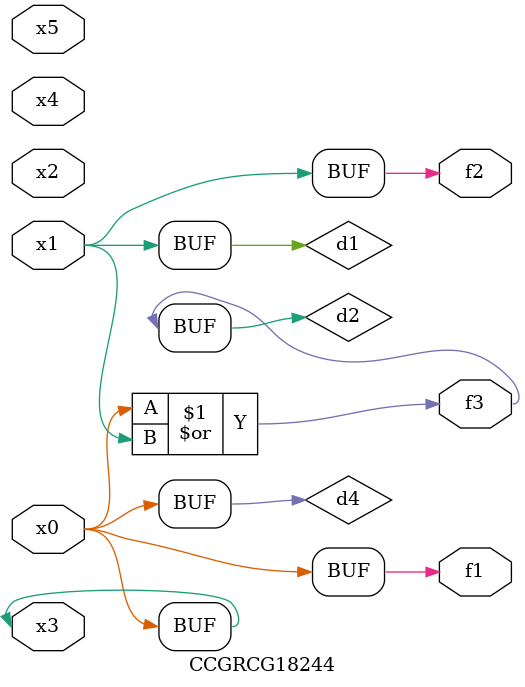
<source format=v>
module CCGRCG18244(
	input x0, x1, x2, x3, x4, x5,
	output f1, f2, f3
);

	wire d1, d2, d3, d4;

	and (d1, x1);
	or (d2, x0, x1);
	nand (d3, x0, x5);
	buf (d4, x0, x3);
	assign f1 = d4;
	assign f2 = d1;
	assign f3 = d2;
endmodule

</source>
